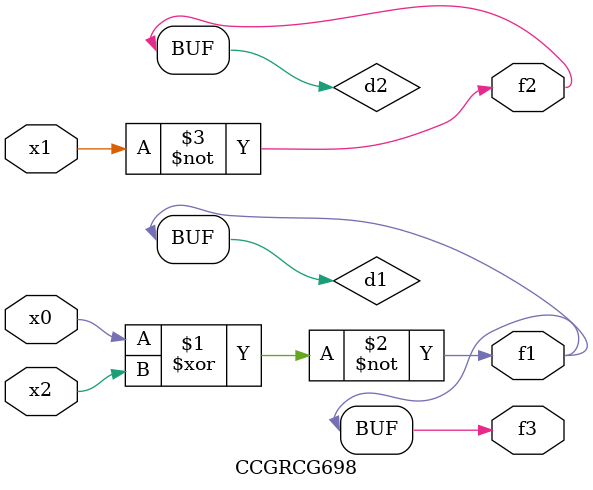
<source format=v>
module CCGRCG698(
	input x0, x1, x2,
	output f1, f2, f3
);

	wire d1, d2, d3;

	xnor (d1, x0, x2);
	nand (d2, x1);
	nor (d3, x1, x2);
	assign f1 = d1;
	assign f2 = d2;
	assign f3 = d1;
endmodule

</source>
